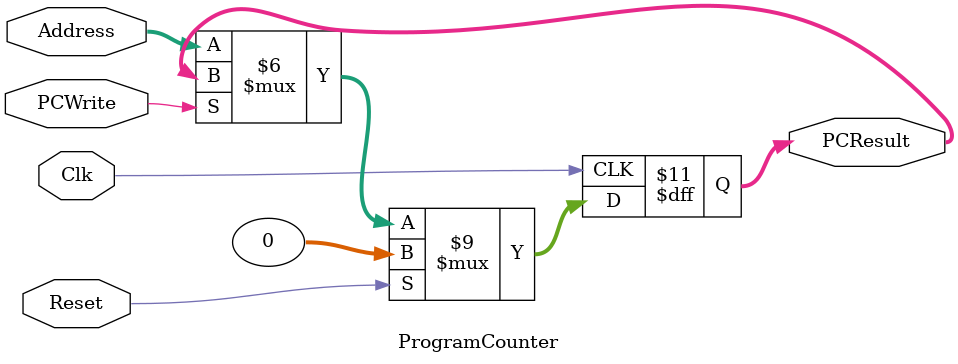
<source format=v>
`timescale 1ns / 1ps


module ProgramCounter(Address, PCResult, Reset, Clk, PCWrite);

	input [31:0] Address;
	input Reset, Clk, PCWrite;

	output reg [31:0] PCResult;
	
	initial begin 
	   PCResult <= 0;
	end

      always @(posedge Clk) begin
        if(Reset ==1'b1)begin
            PCResult <= 32'd0;
        end
        
        else if (PCWrite == 1) begin
            PCResult <= PCResult;
        end
        
        else 
            PCResult <= Address;
        end

endmodule

</source>
